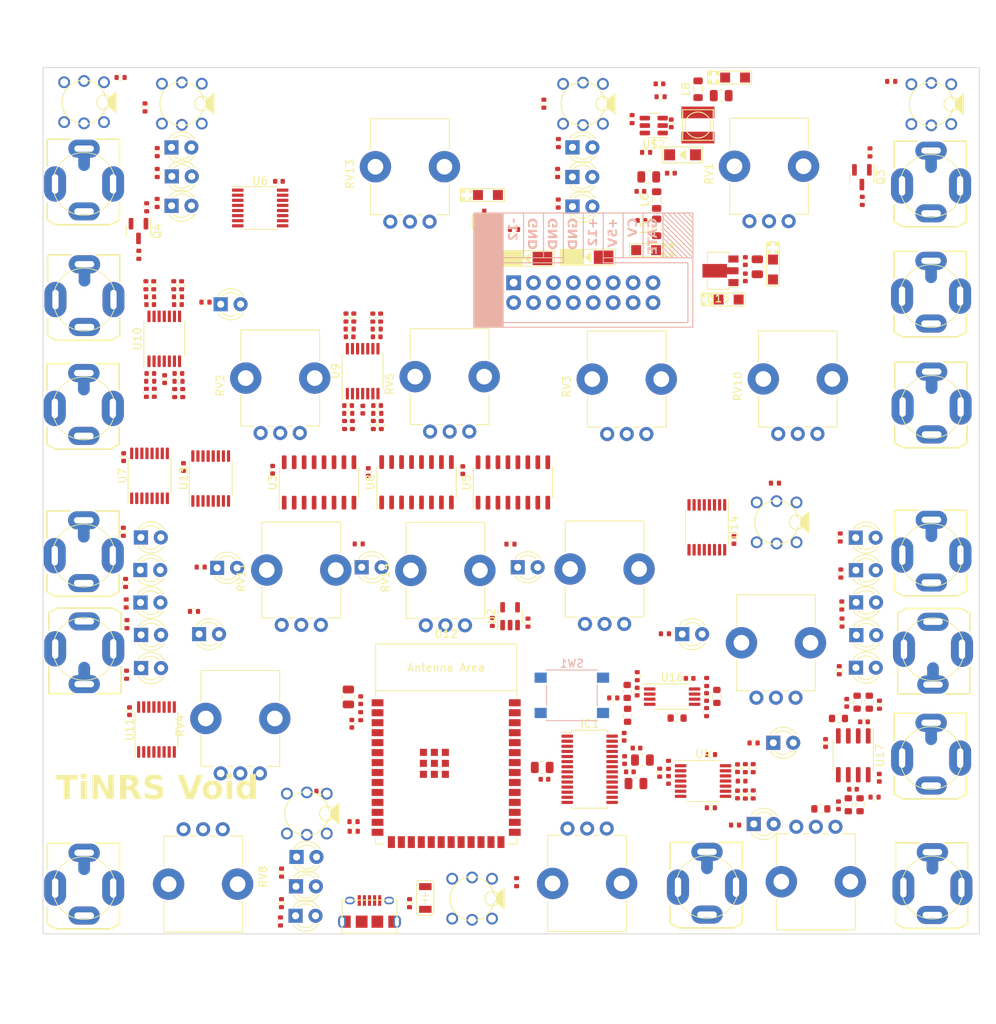
<source format=kicad_pcb>
(kicad_pcb (version 20221018) (generator pcbnew)
  (layers (0 "F.Cu" signal) (31 "B.Cu" signal) (34 "B.Paste" user) (35 "F.Paste" user) (36 "B.SilkS" user "B.Silkscreen") (37 "F.SilkS" user "F.Silkscreen") (38 "B.Mask" user) (39 "F.Mask" user) (44 "Edge.Cuts" user))
  (net 0 "")
  (net 1 "GND")
  (net 2 "+5V")
  (net 3 "Net-(U4A--)")
  (net 4 "-12V")
  (net 5 "+12V")
  (net 6 "+3V3")
  (net 7 "/PCM3060/VINR")
  (net 8 "/PCM3060/VINL")
  (net 9 "/CodecBuffer/In_Jack_Left")
  (net 10 "Net-(U4C--)")
  (net 11 "Net-(U4D--)")
  (net 12 "Net-(U10A--)")
  (net 13 "Net-(U9A--)")
  (net 14 "Net-(C25-Pad2)")
  (net 15 "/CodecBuffer/In_Jack_Right")
  (net 16 "Net-(U10B--)")
  (net 17 "Net-(U9B--)")
  (net 18 "Net-(U10C--)")
  (net 19 "/CODEC_SCL")
  (net 20 "/CODEC_SDA")
  (net 21 "/I2S_DAC")
  (net 22 "/I2S_LRC")
  (net 23 "/I2S_BCLK")
  (net 24 "Net-(U9C--)")
  (net 25 "/I2S_ADC")
  (net 26 "/CODEC_RESET")
  (net 27 "/CodecBuffer/Out_Right_Neg")
  (net 28 "/CodecBuffer/Out_Right")
  (net 29 "/CodecBuffer/Out_Left_Neg")
  (net 30 "/CodecBuffer/Out_Left")
  (net 31 "/CodecBuffer/Out_Jack_Right")
  (net 32 "/CodecBuffer/Out_Jack_Left")
  (net 33 "/KNOBADC0")
  (net 34 "/KNOBADC1")
  (net 35 "/MCLK")
  (net 36 "/KNOBADC2")
  (net 37 "/KNOBADC3")
  (net 38 "Net-(U10D--)")
  (net 39 "Net-(U9D--)")
  (net 40 "Net-(U$2-BST)")
  (net 41 "Net-(J14-GND@3)")
  (net 42 "Net-(D1-K)")
  (net 43 "Net-(D4-K)")
  (net 44 "Net-(D7-K)")
  (net 45 "Net-(D8-K)")
  (net 46 "Net-(D9-K)")
  (net 47 "Net-(D10-K)")
  (net 48 "Net-(D11-K)")
  (net 49 "Net-(D12-K)")
  (net 50 "Net-(D13-K)")
  (net 51 "Net-(D14-K)")
  (net 52 "Net-(D15-K)")
  (net 53 "/LEDDAT")
  (net 54 "/LEDLAT")
  (net 55 "/LEDCLK")
  (net 56 "Net-(D16-K)")
  (net 57 "Net-(D17-K)")
  (net 58 "/CVJacks/XCV4")
  (net 59 "/CVJacks/XCV6")
  (net 60 "/CVJacks/XCV7")
  (net 61 "/CVJacks/XCV5")
  (net 62 "/CVJacks/XCV3")
  (net 63 "/CVJacks/XCV0")
  (net 64 "/CVJacks/XCV1")
  (net 65 "/CVJacks/XCV2")
  (net 66 "Net-(D18-K)")
  (net 67 "/MODENV_PWM")
  (net 68 "Net-(D19-K)")
  (net 69 "Net-(D20-K)")
  (net 70 "Net-(D23-K)")
  (net 71 "Net-(D24-K)")
  (net 72 "-5V")
  (net 73 "/CVMUX0")
  (net 74 "/CVMUX1")
  (net 75 "/CVADC1")
  (net 76 "/CVADC0")
  (net 77 "/LED_FREEZE")
  (net 78 "Net-(D25-K)")
  (net 79 "Net-(D26-K)")
  (net 80 "Net-(D27-K)")
  (net 81 "Net-(D28-K)")
  (net 82 "Net-(D29-K)")
  (net 83 "Net-(D30-K)")
  (net 84 "/Power/plus12in")
  (net 85 "/Power/min12in")
  (net 86 "Net-(D31-K)")
  (net 87 "/Power/3.3v_regulator_switchoutput")
  (net 88 "/Power/3.3v_regulator_inputside")
  (net 89 "/Power/3.3v_regulator_filter")
  (net 90 "/Power/3.3v_regulator_feedback_1")
  (net 91 "/Power/3.3v_regulator_feedback_2")
  (net 92 "Net-(D32-K)")
  (net 93 "/USB_N")
  (net 94 "/USB_P")
  (net 95 "Net-(D33-K)")
  (net 96 "/EEPROM_SDA")
  (net 97 "/EEPROM_SCL")
  (net 98 "/EN")
  (net 99 "/LED_TAIL")
  (net 100 "/BUTTON_TAIL")
  (net 102 "/LED_PITCHMODE_1")
  (net 104 "/LED_PITCHMODE_2")
  (net 106 "/LED_PITCHMODE_3")
  (net 108 "/LED_DELAYMODE_1")
  (net 109 "Net-(U$4-POS)")
  (net 110 "/LED_DELAYMODE_2")
  (net 111 "Net-(U$5-POS)")
  (net 112 "/LED_DELAYMODE_3")
  (net 113 "Net-(U$3-POS)")
  (net 114 "/LED_TAILMODE_1")
  (net 115 "Net-(U$6-POS)")
  (net 116 "/LED_TAILMODE_2")
  (net 117 "Net-(U$7-POS)")
  (net 118 "/LED_TAILMODE_3")
  (net 119 "/LED_PITCHPOINT")
  (net 120 "/LED_TAP")
  (net 121 "/LED_SEND")
  (net 122 "Net-(U$8-POS)")
  (net 123 "/LED_DELAY")
  (net 124 "Net-(U$9-POS)")
  (net 125 "/LED_PITCH")
  (net 127 "Net-(U6-QH')")
  (net 128 "/BUTTON_TAP")
  (net 129 "/BUTTON_FREEZE")
  (net 130 "/BUTTON_PITCHPOINT")
  (net 131 "/BUTTON_SEND")
  (net 132 "/BUTTON_DELAY")
  (net 133 "/BUTTON_PITCH")
  (net 134 "/LED_PP_DRY")
  (net 135 "/LED_PP_MAINPRE")
  (net 136 "/LED_PP_DIFFUSE")
  (net 137 "/LED_PP_DELAY_FEEDBACK")
  (net 138 "/LED_PP_DELAY")
  (net 139 "/LED_PP_MAINPOST")
  (net 140 "/LED_PP_TAIL")
  (net 141 "Net-(U11-SER)")
  (net 142 "Net-(U11-QH')")
  (net 143 "/BOOTSEL_BUT")
  (net 144 "/LED_ENVTRACKER_OUT")
  (net 145 "/LED_VU_OUT_1")
  (net 146 "/LED_VU_OUT_2")
  (net 147 "/LED_VU_OUT_3")
  (net 148 "/LED_VU_OUT_4")
  (net 149 "/LED_VU_OUT_5")
  (net 150 "/LED_VU_IN_1")
  (net 151 "/LED_VU_IN_2")
  (net 152 "/LED_VU_IN_3")
  (net 154 "/LED_VU_IN_4")
  (net 156 "/LED_VU_IN_5")
  (net 159 "Net-(U12-GPIO20{slash}U1CTS{slash}ADC2_CH9{slash}CLK_OUT1{slash}USB_D+)")
  (net 160 "Net-(U12-GPIO19{slash}U1RTS{slash}ADC2_CH8{slash}CLK_OUT2{slash}USB_D-)")
  (net 165 "/Knobs/KNOB_TAIL_LENGTH")
  (net 166 "/Knobs/KNOB_DELAY_FEEDBACK")
  (net 167 "/Knobs/KNOB_TAIL_CHORALITY")
  (net 168 "/Knobs/KNOB_DIFFUSE_STYLE")
  (net 169 "/Knobs/KNOB_DELAY_PATTERN")
  (net 170 "/Knobs/KNOB_TAIL")
  (net 171 "/Knobs/KNOB_PITCH_TRANSPOSE")
  (net 172 "/Knobs/KNOB_ENVTRACK")
  (net 173 "/Knobs/KNOB_TAIL_TEMPERATURE")
  (net 174 "/Knobs/KNOB_DIFFUSE")
  (net 175 "/Knobs/KNOB_DELAY_LENGTH")
  (net 176 "/Knobs/KNOB_DELAY")
  (net 177 "/Knobs/KNOB_MAIN")
  (net 178 "/Knobs/KNOB_PITCH_CONTROL")
  (net 179 "Net-(U13-QH')")
  (net 187 "Net-(Q3-B)")
  (net 188 "Net-(Q4-B)")
  (net 189 "Net-(U$2-EN)")
  (net 190 "/CVJacks/JACK_TAP")
  (net 191 "/CVJacks/JACK_FREEZE")
  (net 192 "/JACK_FREEZE")
  (net 193 "/JACK_TAP")
  (net 195 "/CVJacks/CV_DELAY_LENGTH")
  (net 197 "/CVJacks/CV_DELAY_FEEDBACK")
  (net 199 "/CVJacks/CV_PITCH_TRANSPOSE")
  (net 201 "/CVJacks/CV_PITCH_CONTROL")
  (net 203 "/CVJacks/CV_TAIL_TEMPERATURE")
  (net 205 "/CVJacks/CV_TAIL_LENGTH")
  (net 207 "/CVJacks/CV_MIX")
  (net 219 "/PCM3060/VCOM")
  (net 220 "Net-(C24-Pad2)")
  (net 221 "Net-(C65-Pad1)")
  (net 222 "Net-(U16A--)")
  (net 223 "Net-(C66-Pad1)")
  (net 224 "Net-(U16B--)")
  (net 225 "Net-(C67-Pad1)")
  (net 226 "Net-(C68-Pad1)")
  (net 227 "Net-(U17A--)")
  (net 228 "Net-(C69-Pad1)")
  (net 229 "Net-(U17B--)")
  (net 230 "Net-(C70-Pad1)")
  (net 231 "/CodecBuffer/BIAS_INVERTED")
  (net 232 "/CodecBuffer/BIAS_BUFFERED")
  (footprint "Capacitor_SMD:C_0402_1005Metric" (layer "F.Cu") (at 93.5775 50.625 180)
    (fp_text reference "C34" hide)
    (fp_text value "100n")
  )
  (footprint "TiNRS_Eagle_Footprints:3.5MM-JACK-SWITCH-13MM-NOHOLES-TESTPAD" (layer "F.Cu") (at 68.69 98.34)
    (fp_text reference "JACK13" hide)
    (fp_text value "AUDIO-JACK_SMALLSYMBOLNODRILL" hide)
  )
  (footprint "TiNRS_Eagle_Footprints:CASE-A_3216" (layer "F.Cu") (at 156.575 61.87 -90)
    (property "Value" "197427")
    (fp_text reference "C8" hide)
    (fp_text value "10uF" hide)
  )
  (footprint "Capacitor_SMD:C_0402_1005Metric" (layer "F.Cu") (at 139.17 122.875 180)
    (fp_text reference "C14" hide)
    (fp_text value "2.2n")
  )
  (footprint "Package_TO_SOT_SMD:SOT-23-6" (layer "F.Cu") (at 141.3715 43.518 180)
    (fp_text reference "U$2")
    (fp_text value "BL9342")
  )
  (footprint "TINRS - Wobbler (pico)sch:PB6149L" (layer "F.Cu") (at 118.209 142.069)
    (fp_text reference "U$5" hide)
    (fp_text value "SWITCH_W_LED_PB6149L-X-102YELLOW" hide)
  )
  (footprint "Capacitor_SMD:C_0402_1005Metric" (layer "F.Cu") (at 73.775 85.78 -90)
    (fp_text reference "C33" hide)
    (fp_text value "100n")
  )
  (footprint "Resistor_SMD:R_0402_1005Metric" (layer "F.Cu") (at 138.61 42.698 -90)
    (property "Value" "unknown")
    (fp_text reference "R71" hide)
    (fp_text value "16.2k")
  )
  (footprint "LED_THT:LED_D3.0mm_FlatTop" (layer "F.Cu") (at 124.025 99.825)
    (fp_text reference "D19" hide)
    (fp_text value "LED")
  )
  (footprint "Package_TO_SOT_SMD:SOT-89-3" (layer "F.Cu") (at 149.88 62.03 180)
    (fp_text reference "U15")
    (fp_text value "HT7550-1")
  )
  (footprint "Resistor_SMD:R_0402_1005Metric" (layer "F.Cu") (at 78.061 46.906 -90)
    (fp_text reference "R82" hide)
    (fp_text value "56")
  )
  (footprint "TiNRS_Eagle_Footprints:CASE-A_3216" (layer "F.Cu") (at 151.7385 37.398)
    (property "Value" "197427")
    (fp_text reference "C55" hide)
    (fp_text value "10uF" hide)
  )
  (footprint "Capacitor_SMD:C_0805_2012Metric" (layer "F.Cu") (at 149.97 39.708 180)
    (fp_text reference "C54" hide)
    (fp_text value "22u")
  )
  (footprint "TiNRS_Eagle_Footprints:SOD123" (layer "F.Cu") (at 145.04 47.248 180)
    (fp_text reference "D3" hide)
    (fp_text value "D-SOD-123" hide)
  )
  (footprint "Resistor_SMD:R_0402_1005Metric" (layer "F.Cu") (at 156.825 89.1)
    (fp_text reference "R81" hide)
    (fp_text value "56")
  )
  (footprint "TINRS - Wobbler (pico)sch:PB6149L" (layer "F.Cu") (at 157.03325 94.1)
    (fp_text reference "U$6" hide)
    (fp_text value "SWITCH_W_LED_PB6149L-X-102YELLOW" hide)
  )
  (footprint "Capacitor_SMD:C_0402_1005Metric" (layer "F.Cu") (at 139.79 55.618)
    (property "Value" "1759017")
    (fp_text reference "C51" hide)
    (fp_text value "10n")
  )
  (footprint "Resistor_SMD:R_0402_1005Metric" (layer "F.Cu") (at 105.615 81.69 90)
    (fp_text reference "R47" hide)
    (fp_text value "100k")
  )
  (footprint "LED_THT:LED_D3.0mm_FlatTop" (layer "F.Cu") (at 145 108.35)
    (fp_text reference "D17" hide)
    (fp_text value "LED")
  )
  (footprint "TiNRS_Eagle_Footprints:3.5MM-JACK-SWITCH-13MM-NOHOLES-TESTPAD" (layer "F.Cu") (at 176.73 51.21)
    (fp_text reference "JACK9" hide)
    (fp_text value "AUDIO-JACK_SMALLSYMBOLNODRILL" hide)
  )
  (footprint "Resistor_SMD:R_0402_1005Metric" (layer "F.Cu") (at 74.1 104.44 -90)
    (fp_text reference "R37" hide)
    (fp_text value "56")
  )
  (footprint "Resistor_SMD:R_0402_1005Metric" (layer "F.Cu") (at 74.15 113.525 -90)
    (fp_text reference "R92" hide)
    (fp_text value "56")
  )
  (footprint "Capacitor_SMD:C_0402_1005Metric" (layer "F.Cu") (at 77.165 66.34 180)
    (fp_text reference "C43" hide)
    (fp_text value "3.3n")
  )
  (footprint "LED_THT:LED_D3.0mm_FlatTop" (layer "F.Cu") (at 167.15 100.2)
    (fp_text reference "D8" hide)
    (fp_text value "LED")
  )
  (footprint "Capacitor_SMD:C_0805_2012Metric" (layer "F.Cu") (at 140.73 50.068)
    (fp_text reference "C49" hide)
    (fp_text value "10uF")
  )
  (footprint "Potentiometer_THT:Potentiometer_Alps_RK09K_Single_Vertical" (layer "F.Cu") (at 159.54 132.91 -90)
    (fp_text reference "RV9" hide)
    (fp_text value "R_Potentiometer" hide)
  )
  (footprint "TINRS - Wobbler (pico)sch:SOT95P237X112-3N" (layer "F.Cu") (at 119.7598 55.804 90)
    (property "Value" "9778330")
    (fp_text reference "U1" hide)
    (fp_text value "LM4040DIM3-5.0")
  )
  (footprint "Capacitor_SMD:C_0805_2012Metric" (layer "F.Cu") (at 154.575 61.52 90)
    (fp_text reference "C7" hide)
    (fp_text value "22u")
  )
  (footprint "Espressif:ESP32-S3-WROOM-1" (layer "F.Cu") (at 114.9 125.36)
    (fp_text reference "U12")
    (fp_text value "ESP32-S3-WROOM-1")
  )
  (footprint "Resistor_SMD:R_0402_1005Metric" (layer "F.Cu") (at 103.09 132.25)
    (fp_text reference "R74" hide)
    (fp_text value "0")
  )
  (footprint "Resistor_SMD:R_0402_1005Metric" (layer "F.Cu") (at 123.1 96.875 180)
    (fp_text reference "R36" hide)
    (fp_text value "56")
  )
  (footprint "Capacitor_SMD:C_0402_1005Metric" (layer "F.Cu") (at 142.1 38.198)
    (property "Value" "1759017")
    (fp_text reference "C56" hide)
    (fp_text value "33p")
  )
  (footprint "Resistor_SMD:R_0402_1005Metric" (layer "F.Cu") (at 73.74 95.3 -90)
    (fp_text reference "R33" hide)
    (fp_text value "56")
  )
  (footprint "Resistor_SMD:R_0402_1005Metric" (layer "F.Cu") (at 165.375 106.875 90)
    (fp_text reference "R29" hide)
    (fp_text value "56")
  )
  (footprint "Resistor_SMD:R_0402_1005Metric" (layer "F.Cu") (at 125.33 106.8825 90)
    (fp_text reference "R76" hide)
    (fp_text value "2k")
  )
  (footprint "Potentiometer_THT:Potentiometer_Alps_RK09K_Single_Vertical" (layer "F.Cu") (at 137.6 107.05 90)
    (fp_text reference "RV6" hide)
    (fp_text value "R_Potentiometer" hide)
  )
  (footprint "Potentiometer_THT:Potentiometer_Alps_RK09K_Single_Vertical" (layer "F.Cu") (at 81.41 133.22 -90)
    (fp_text reference "RV8")
    (fp_text value "R_Potentiometer")
  )
  (footprint "TiNRS_Eagle_Footprints:3.5MM-JACK-SWITCH-13MM-NOHOLES-TESTPAD" (layer "F.Cu") (at 176.73 65.26)
    (fp_text reference "JACK6" hide)
    (fp_text value "AUDIO-JACK_SMALLSYMBOLNODRILL" hide)
  )
  (footprint "Resistor_SMD:R_0402_1005Metric" (layer "F.Cu") (at 153.05 128.795 -90)
    (fp_text reference "R104" hide)
    (fp_text value "100k")
  )
  (footprint "Resistor_SMD:R_0402_1005Metric" (layer "F.Cu") (at 165.225 100.625 -90)
    (fp_text reference "R25" hide)
    (fp_text value "56")
  )
  (footprint "Resistor_SMD:R_0402_1005Metric" (layer "F.Cu") (at 77.145 65.35 180)
    (fp_text reference "R60" hide)
    (fp_text value "33k")
  )
  (footprint "Resistor_SMD:R_0402_1005Metric" (layer "F.Cu") (at 80.705 65.35)
    (fp_text reference "R54" hide)
    (fp_text value "33k")
  )
  (footprint "Resistor_SMD:R_0402_1005Metric" (layer "F.Cu") (at 129.22 45.75 90)
    (fp_text reference "R87" hide)
    (fp_text value "56")
  )
  (footprint "Capacitor_SMD:C_0402_1005Metric" (layer "F.Cu") (at 165.975 117.1 -90)
    (fp_text reference "C24" hide)
    (fp_text value "470p")
  )
  (footprint "Potentiometer_THT:Potentiometer_Alps_RK09K_Single_Vertical" (layer "F.Cu") (at 96.24 82.71 90)
    (fp_text reference "RV2")
    (fp_text value "R_Potentiometer")
  )
  (footprint "LED_THT:LED_D3.0mm_FlatTop" (layer "F.Cu") (at 79.876 46.306)
    (fp_text reference "D26" hide)
    (fp_text value "LED")
  )
  (footprint "Capacitor_SMD:C_0402_1005Metric" (layer "F.Cu") (at 148.105 116.36 -90)
    (fp_text reference "C66" hide)
    (fp_text value "100p")
  )
  (footprint "Package_SO:SO-16_3.9x9.9mm_P1.27mm" (layer "F.Cu") (at 123.41 89.015 90)
    (fp_text reference "U5")
    (fp_text value "4052")
  )
  (footprint "Resistor_SMD:R_0402_1005Metric" (layer "F.Cu") (at 123.88 139.97 -90)
    (fp_text reference "R63" hide)
    (fp_text value "56")
  )
  (footprint "TINRS - Wobbler (pico)sch:PB6149L" (layer "F.Cu") (at 97.13325 131.225)
    (fp_text reference "U$8" hide)
    (fp_text value "SWITCH_W_LED_PB6149L-X-102YELLOW" hide)
  )
  (footprint "Inductor_SMD:L_0805_2012Metric" (layer "F.Cu") (at 141.74 53.018 90)
    (fp_text reference "L6")
    (fp_text value "0.1uH C76737 ")
  )
  (footprint "Resistor_SMD:R_0402_1005Metric" (layer "F.Cu") (at 106.115 80.21)
    (fp_text reference "R49" hide)
    (fp_text value "33k")
  )
  (footprint "LED_THT:LED_D3.0mm_FlatTop" (layer "F.Cu") (at 131.005 46.3)
    (fp_text reference "D29" hide)
    (fp_text value "LED")
  )
  (footprint "LED_THT:LED_D3.0mm_FlatTop" (layer "F.Cu") (at 83.4 108.35)
    (fp_text reference "D9" hide)
    (fp_text value "LED")
  )
  (footprint "Resistor_SMD:R_0402_1005Metric" (layer "F.Cu") (at 140.398 46.938)
    (property "Value" "unknown")
    (fp_text reference "R69" hide)
    (fp_text value "100k")
  )
  (footprint "Resistor_SMD:R_0402_1005Metric" (layer "F.Cu") (at 168.94 46.94 -90)
    (property "Value" "unknown")
    (fp_text reference "R96" hide)
    (fp_text value "100k")
  )
  (footprint "Capacitor_SMD:C_0402_1005Metric" (layer "F.Cu") (at 138.325 125.9)
    (fp_text reference "C13" hide)
    (fp_text value "100n")
  )
  (footprint "Resistor_SMD:R_0402_1005Metric" (layer "F.Cu") (at 93.775 144.975 -90)
    (fp_text reference "R80" hide)
    (fp_text value "56")
  )
  (footprint "Capacitor_SMD:C_0402_1005Metric" (layer "F.Cu") (at 143.56 49.588 180)
    (property "Value" "1759017")
    (fp_text reference "C53" hide)
    (fp_text value "100nF")
  )
  (footprint "Capacitor_SMD:C_0402_1005Metric" (layer "F.Cu") (at 106.045 70.45)
    (fp_text reference "C42" hide)
    (fp_text value "3.3n")
  )
  (footprint "TiNRS_Eagle_Footprints:C3216" (layer "F.Cu") (at 112.24 141.98 -90)
    (fp_text reference "C59" hide)
    (fp_text value "4.7n 100v" hide)
  )
  (footprint "Capacitor_SMD:C_0805_2012Metric" (layer "F.Cu") (at 127.15 125.34 180)
    (fp_text reference "C9" hide)
    (fp_text value "10u")
  )
  (footprint "Resistor_SMD:R_0402_1005Metric" (layer "F.Cu") (at 74.2 107.075 90)
    (fp_text reference "R91" hide)
    (fp_text value "56")
  )
  (footprint "LED_THT:LED_D3.0mm_FlatTop" (layer "F.Cu") (at 75.975 96.025)
    (fp_text reference "D16" hide)
    (fp_text value "LED")
  )
  (footprint "Inductor_SMD:L_0805_2012Metric" (layer "F.Cu") (at 147.02 38.888 90)
    (fp_text reference "L8")
    (fp_text value "0.1uH C76737 ")
  )
  (footprint "Resistor_SMD:R_0402_1005Metric" (layer "F.Cu") (at 73.39 37.39 180)
    (fp_text reference "R79" hide)
    (fp_text value "56")
  )
  (footprint "TiNRS_Eagle_Footprints:CASE-A_3216" (layer "F.Cu") (at 140.4 59.398 180)
    (property "Value" "197427")
    (fp_text reference "C50" hide)
    (fp_text value "10uF" hide)
  )
  (footprint "Capacitor_SMD:C_0402_1005Metric" (layer "F.Cu") (at 143.6 43.238 90)
    (property "Value" "1759017")
    (fp_text reference "C48" hide)
    (fp_text value "100nF")
  )
  (footprint "Capacitor_SMD:C_0402_1005Metric" (layer "F.Cu") (at 102.87 119.77 -90)
    (fp_text reference "C60" hide)
    (fp_text value "1u")
  )
  (footprint "Capacitor_SMD:C_0402_1005Metric" (layer "F.Cu") (at 81.405 87.0425 -90)
    (fp_text reference "C63" hide)
    (fp_text value "100n")
  )
  (footprint "LED_THT:LED_D3.0mm_FlatTop" (layer "F.Cu") (at 95.825 136.75)
    (fp_text reference "D23" hide)
    (fp_text value "LED")
  )
  (footprint "Resistor_SMD:R_0402_1005Metric" (layer "F.Cu") (at 80.285 77.62 90)
    (fp_text reference "R44" hide)
    (fp_text value "100k")
  )
  (footprint "Capacitor_SMD:C_0402_1005Metric" (layer "F.Cu") (at 152.05 125.435 -90)
    (fp_text reference "C70" hide)
    (fp_text value "47p")
  )
  (footprint "TiNRS_Eagle_Footprints:L0420" (layer "F.Cu") (at 147.01 43.448 90)
    (fp_text reference "L7" hide)
    (fp_text value "4.7uH")
  )
  (footprint "Resistor_SMD:R_0402_1005Metric" (layer "F.Cu") (at 127.36 40.73 90)
    (fp_text reference "R90" hide)
    (fp_text value "56")
  )
  (footprint "Resistor_SMD:R_0603_1608Metric" (layer "F.Cu") (at 167.3 117.025 -90)
    (fp_text reference "R108" hide)
    (fp_text value "4.02k")
  )
  (footprint "Capacitor_SMD:C_0402_1005Metric" (layer "F.Cu") (at 80.695 66.34)
    (fp_text reference "C41" hide)
    (fp_text value "3.3n")
  )
  (footprint "TiNRS_Eagle_Footprints:CASE-A_3216" (layer "F.Cu") (at 150.925 65.695)
    (property "Value" "197427")
    (fp_text reference "C3" hide)
    (fp_text value "10uF" hide)
  )
  (footprint "Inductor_SMD:L_0805_2012Metric" (layer "F.Cu") (at 141.74 56.498 90)
    (fp_text reference "L5")
    (fp_text value "0.1uH C76737 ")
  )
  (footprint "Capacitor_SMD:C_0402_1005Metric" (layer "F.Cu") (at 102.395 79.21 180)
    (fp_text reference "C38" hide)
    (fp_text value "3.3n")
  )
  (footprint "Resistor_SMD:R_0402_1005Metric" (layer "F.Cu") (at 165.15 96.025 -90)
    (fp_text reference "R2" hide)
    (fp_text value "56")
  )
  (footprint "Capacitor_SMD:C_0805_2012Metric" (layer "F.Cu") (at 102.43 116.36 90)
    (fp_text reference "C61" hide)
    (fp_text value "22u")
  )
  (footprint "Package_SO:TSSOP-28_4.4x9.7mm_P0.65mm" (layer "F.Cu") (at 133.2 125.575)
    (fp_text reference "IC1")
    (fp_text value "PCM3060")
  )
  (footprint "Capacitor_SMD:C_0402_1005Metric" (layer "F.Cu") (at 127.44 126.85 180)
    (fp_text reference "C10" hide)
    (fp_text value "100n")
  )
  (footprint "Package_SO:TSSOP-16_4.4x5mm_P0.65mm" (layer "F.Cu") (at 148.14 94.735 -90)
    (fp_text reference "U14")
    (fp_text value "74HC595")
  )
  (footprint "TiNRS_Eagle_Footprints:DO-214AC" (layer "F.Cu") (at 132.98 60.3025 180)
    (property "Value" "D-SMA")
    (fp_text reference "D21" hide)
    (fp_text value "C8678")
  )
  (footprint "TiNRS_Eagle_Footprints:3.5MM-JACK-SWITCH-13MM-NOHOLES-TESTPAD" (layer "F.Cu") (at 176.8 79.39)
    (fp_text reference "JACK5" hide)
    (fp_text value "AUDIO-JACK_SMALLSYMBOLNODRILL" hide)
  )
  (footprint "Capacitor_SMD:C_0402_1005Metric" (layer "F.Cu") (at 152.05 128.79 90)
    (fp_text reference "C67" hide)
    (fp_text value "47p")
  )
  (footprint "Resistor_SMD:R_0402_1005Metric" (layer "F.Cu") (at 148.105 118.29 90)
    (fp_text reference "R99" hide)
    (fp_text value "100k")
  )
  (footprint "Resistor_SMD:R_0402_1005Metric" (layer "F.Cu") (at 123.55 56.77 180)
    (property "Value" "unknown")
    (fp_text reference "R72" hide)
    (fp_text value "10k")
  )
  (footprint "Resistor_SMD:R_0603_1608Metric" (layer "F.Cu") (at 164.925 119.1)
    (fp_text reference "R107" hide)
    (fp_text value "4.42k")
  )
  (footprint "Resistor_SMD:R_0402_1005Metric" (layer "F.Cu") (at 151.74 132.69 180)
    (fp_text reference "R1" hide)
    (fp_text value "56")
  )
  (footprint "Package_SO:TSSOP-16_4.4x5mm_P0.65mm" (layer "F.Cu") (at 91.1925 54.025)
    (fp_text reference "U6")
    (fp_text value "74HC595")
  )
  (footprint "Resistor_SMD:R_0402_1005Metric" (layer "F.Cu") (at 76.71 53.935 -90)
    (property "Value" "unknown")
    (fp_text reference "R94" hide)
    (fp_text value "100k")
  )
  (footprint "Resistor_SMD:R_0402_1005Metric" (layer "F.Cu") (at 76.615 63.88 -90)
    (fp_text reference "R57" hide)
    (fp_text value "100k")
  )
  (footprint "Capacitor_SMD:C_0402_1005Metric" (layer "F.Cu") (at 153.05 62.87 -90)
    (property "Value" "1759017")
    (fp_text reference "C2" hide)
    (fp_text value "100nF")
  )
  (footprint "Capacitor_SMD:C_0402_1005Metric" (layer "F.Cu") (at 137.6 121.425 -90)
    (fp_text reference "C11" hide)
    (fp_text value "2.2n")
  )
  (footprint "Capacitor_SMD:C_0402_1005Metric" (layer "F.Cu") (at 151.6 96.345 90)
    (fp_text reference "C64" hide)
    (fp_text value "100n")
  )
  (footprint "Capacitor_SMD:C_0402_1005Metric" (layer "F.Cu") (at 104.275 79.73 -90)
    (fp_text reference "C36" hide)
    (fp_text value "100n")
  )
  (footprint "TINRS - Wobbler (pico)sch:PB6149L" (layer "F.Cu") (at 132.35 40.75)
    (fp_text reference "U$9" hide)
    (fp_text value "SWITCH_W_LED_PB6149L-X-102YELLOW" hide)
  )
  (footprint "TiNRS_Eagle_Footprints:3.5MM-JACK-SWITCH-13MM-NOHOLES-TESTPAD" (layer "F.Cu") (at 148.16 140.6)
    (fp_text reference "JACK4" hide)
    (fp_text value "AUDIO-JACK_SMALLSYMBOLNODRILL" hide)
  )
  (footprint "Package_SO:TSSOP-16_4.4x5mm_P0.65mm" (layer "F.Cu") (at 77.96 120.505 90)
    (fp_text reference "U11")
    (fp_text value "74HC595")
  )
  (footprint "Resistor_SMD:R_0402_1005Metric" (layer "F.Cu") (at 102.945 81.69 90)
    (fp_text reference "R40" hide)
    (fp_text value "100k")
  )
  (footprint "Capacitor_SMD:C_0402_1005Metric" (layer "F.Cu") (at 106.095 79.21)
    (fp_text reference "C40" hide)
    (fp_text value "3.3n")
  )
  (footprint "Resistor_SMD:R_0402_1005Metric" (layer "F.Cu") (at 78.061 49.566 90)
    (fp_text reference "R83" hide)
    (fp_text value "56")
  )
  (footprint "LED_THT:LED_D3.0mm_FlatTop" (layer "F.Cu") (at 85.7 99.9)
    (fp_text reference "D11" hide)
    (fp_text value "LED")
  )
  (footprint "Capacitor_SMD:C_0402_1005Metric" (layer "F.Cu") (at 166.775 128.12 180)
    (fp_text reference "C69" hide)
    (fp_text value "47p")
  )
  (footprint "TiNRS_Eagle_Footprints:3.5MM-JACK-SWITCH-13MM-NOHOLES-TESTPAD" (layer "F.Cu") (at 68.75 110.225 180)
    (fp_text reference "JACK14" hide)
    (fp_text value "AUDIO-JACK_SMALLSYMBOLNODRILL" hide)
  )
  (footprint "Capacitor_SMD:C_0402_1005Metric" (layer "F.Cu") (at 119.82 58.72)
    (property "Value" "1301804")
    (fp_text reference "C57" hide)
    (fp_text value "100nF")
  )
  (footprint "Capacitor_SMD:C_0402_1005Metric" (layer "F.Cu") (at 80.755 75.12)
    (fp_text reference "C39" hide)
    (fp_text value "3.3n")
  )
  (footprint "LED_THT:LED_D3.0mm_FlatTop" (layer "F.Cu") (at 79.916 49.996)
    (fp_text reference "D27" hide)
    (fp_text value "LED")
  )
  (footprint "Capacitor_SMD:C_0402_1005Metric" (layer "F.Cu") (at 164.925 130.17 -90)
    (fp_text reference "C25" hide)
    (fp_text value "470p")
  )
  (footprint "Resistor_SMD:R_0402_1005Metric" (layer "F.Cu") (at 154.05 125.435 -90)
    (fp_text reference "R114" hide)
    (fp_text value "100k")
  )
  (footprint "Resistor_SMD:R_0603_1608Metric" (layer "F.Cu") (at 138.035 118.695 90)
    (fp_text reference "R68" hide)
    (fp_text value "12.1k")
  )
  (footprint "TINRS - Wobbler (pico)sch:PB6149L" (layer "F.Cu") (at 176.76 40.79)
    (fp_text reference "U$4" hide)
    (fp_text value "SWITCH_W_LED_PB6149L-X-102YELLOW" hide)
  )
  (footprint "Resistor_SMD:R_0402_1005Metric" (layer "F.Cu") (at 154.05 128.785 90)
    (fp_text reference "R105" hide)
    (fp_text value "100k")
  )
  (footprint "LED_THT:LED_D3.0mm_FlatTop" (layer "F.Cu") (at 76 112.675)
    (fp_text reference "D33" hide)
    (fp_text value "LED")
  )
  (footprint "LED_THT:LED_D3.0mm_FlatTop" (layer "F.Cu") (at 79.886 53.746)
    (fp_text reference "D28" hide)
    (fp_text value "LED")
  )
  (footprint "LED_THT:LED_D3.0mm_FlatTop" (layer "F.Cu") (at 75.925 104.325)
    (fp_text reference "D20" hide)
    (fp_text value "LED")
  )
  (footprint "Capacitor_SMD:C_0402_1005Metric" (layer "F.Cu") (at 117.02 87.445 -90)
    (fp_text reference "C32" hide)
    (fp_text value "100n")
  )
  (footprint "Resistor_SMD:R_0402_1005Metric" (layer "F.Cu") (at 84.21 66.03 180)
    (fp_text reference "R30" hide)
    (fp_text value "56")
  )
  (footprint "TiNRS_Eagle_Footprints:3.5MM-JACK-SWITCH-13MM-NOHOLES-TESTPAD" (layer "F.Cu") (at 68.73 50.96)
    (fp_text reference "JACK10" hide)
    (fp_text value "AUDIO-JACK_SMALLSYMBOLNODRILL" hide)
  )
  (footprint "Capacitor_SMD:C_0402_1005Metric" (layer "F.Cu") (at 79.005 75.84 90)
    (fp_text reference "C45" hide)
    (fp_text value "100n")
  )
  (footprint "Package_TO_SOT_SMD:SOT-23" (layer "F.Cu") (at 167.91 50.1025 -90)
    (fp_text reference "Q3")
    (fp_text value "MMBT3904")
  )
  (footprint "Package_SO:SOIC-8_3.9x4.9mm_P1.27mm" (layer "F.Cu") (at 166.81 123.8 -90)
    (fp_text reference "U17")
    (fp_text value "NE5532")
  )
  (footprint "Resistor_SMD:R_0402_1005Metric" (layer "F.Cu") (at 102.595 69.46 180)
    (fp_text reference "R61" hide)
    (fp_text value "33k")
  )
  (footprint "Package_SO:TSSOP-16_4.4x5mm_P0.65mm" (layer "F.Cu") (at 77.075 88.17 90)
    (fp_text reference "U7")
    (fp_text value "74HC595")
  )
  (footprint "Resistor_SMD:R_0402_1005Metric" (layer "F.Cu") (at 83.6 99.8 180)
    (fp_text reference "R28" hide)
    (fp_text value "56")
  )
  (footprint "Resistor_SMD:R_0402_1005Metric" (layer "F.Cu") (at 165.025 112.95 -90)
    (fp_text reference "R31" hide)
    (fp_text value "56")
  )
  (footprint "Resistor_SMD:R_0603_1608Metric" (layer "F.Cu") (at 144.35 119.05)
    (fp_text reference "R100" hide)
    (fp_text value "12.1k")
  )
  (footprint "Package_SO:TSSOP-8_4.4x3mm_P0.65mm" (layer "F.Cu") (at 143.715 116.315)
    (fp_text reference "U16")
    (fp_text value "MCP6022")
  )
  (footprint "Capacitor_SMD:C_0402_1005Metric" (layer "F.Cu") (at 102.595 70.45 180)
    (fp_text reference "C44" hide)
    (fp_text value "3.3n")
  )
  (footprint "Resistor_SMD:R_0402_1005Metric" (layer "F.Cu") (at 102.415 80.21 180)
    (fp_text reference "R43" hide)
    (fp_text value "33k")
  )
  (footprint "LED_THT:LED_D3.0mm_FlatTop" (layer "F.Cu") (at 104.125 99.825)
    (fp_text reference "D15" hide)
    (fp_text value "LED")
  )
  (footprint "Potentiometer_THT:Potentiometer_Alps_RK09K_Single_Vertical" (layer "F.Cu") (at 91.15 126.1 90)
    (fp_text reference "RV4")
    (fp_text value "R_Potentiometer")
  )
  (footprint "TiNRS_Eagle_Footprints:3.5MM-JACK-SWITCH-13MM-NOHOLES-TESTPAD" (layer "F.Cu") (at 176.975 110.275 180)
    (fp_text reference "JACK12" hide)
    (fp_text value "AUDIO-JACK_SMALLSYMBOLNODRILL" hide)
  )
  (footprint "Package_SO:TSSOP-14_4.4x5mm_P0.65mm" (layer "F.Cu") (at 147.66 127.075)
    (fp_text reference "U4")
    (fp_text value "TL074")
  )
  (footprint "Capacitor_SMD:C_0402_1005Metric" (layer "F.Cu") (at 139.67 51.908)
    (property "Value" "1759017")
    (fp_text reference "C52" hide)
    (fp_text value "100nF")
  )
  (footprint "Resistor_SMD:R_0402_1005Metric" (layer "F.Cu") (at 101.945 81.69 90)
    (fp_text reference "R41" hide)
    (fp_text value "100k")
  )
  (footprint "Resistor_SMD:R_0603_1608Metric" (layer "F.Cu") (at 137.985 115.65 90)
    (fp_text reference "R66" hide)
    (fp_text value "12.1k")
  )
  (footprint "LED_THT:LED_D3.0mm_FlatTop" (layer "F.Cu") (at 131.005 53.85)
    (fp_text reference "D31" hide)
    (fp_text value "LED")
  )
  (footprint "Capacitor_SMD:C_0402_1005Metric" (layer "F.Cu") (at 77.185 75.12 180)
    (fp_text reference "C37" hide)
    (fp_text value "3.3n")
  )
  (footprint "Resistor_SMD:R_0402_1005Metric" (layer "F.Cu") (at 110.23 142.65 -90)
    (fp_text reference "R75" hide)
    (fp_text value "1M")
  )
  (footprint "Resistor_SMD:R_0402_1005Metric" (layer "F.Cu") (at 103.1155 133.48)
    (fp_text reference "R73" hide)
    (fp_text value "0")
  )
  (footprint "Capacitor_SMD:C_0402_1005Metric" (layer "F.Cu") (at 168.175 119.525 180)
    (fp_text reference "C68" hide)
    (fp_text value "47p")
  )
  (footprint "TiNRS_Eagle_Footprints:CASE-A_3216" (layer "F.Cu") (at 120.2285 52.37)
    (property "Value" "197427")
    (fp_text reference "C58" hide)
    (fp_text value "10uF" hide)
  )
  (footprint "Resistor_SMD:R_0402_1005Metric" (layer "F.Cu") (at 105.545 68 -90)
    (fp_text reference "R52" hide)
    (fp_text value "100k")
  )
  (footprint "Potentiometer_THT:Potentiometer_Alps_RK09K_Single_Vertical" (layer "F.Cu") (at 117.85 82.525 90)
    (fp_text reference "RV5")
    (fp_text value "R_Potentiometer")
  )
  (footprint "Potentiometer_THT:Potentiometer_Alps_RK09K_Single_Vertical" (layer "F.Cu") (at 130.37 133.13 -90)
    (fp_text reference "RV16" hide)
    (fp_text value "R_Potentiometer" hide)
  )
  (footprint "Resistor_SMD:R_0402_1005Metric" (layer "F.Cu") (at 154.1 122.225 180)
    (fp_text reference "R4" hide)
    (fp_text value "56")
  )
  (footprint "Package_SO:SO-16_3.9x9.9mm_P1.27mm" (layer "F.Cu") (at 111.12 88.99 90)
    (fp_text reference "U8")
    (fp_text value "4052")
  )
  (footprint "Capacitor_SMD:C_0402_1005Metric" (layer "F.Cu") (at 137.65 124.4 -90)
    (fp_text reference "C16" hide)
    (fp_text value "100n")
  )
  (footprint "Resistor_SMD:R_0402_1005Metric" (layer "F.Cu") (at 170.15 117.35 90)
    (fp_text reference "R110" hide)
    (fp_text value "56")
  )
  (footprint "Resistor_SMD:R_0402_1005Metric" (layer "F.Cu") (at 80.165 63.88 -90)
    (fp_text reference "R50" hide)
    (fp_text value "100k")
  )
  (footprint "Package_SO:SO-16_3.9x9.9mm_P1.27mm" (layer "F.Cu") (at 98.695 89.015 90)
    (fp_text reference "U3")
    (fp_text value "4052")
  )
  (footprint "Package_TO_SOT_SMD:SOT-23" (layer "F.Cu") (at 75.67 56.9675 -90)
    (fp_text reference "Q4")
    (fp_text value "MMBT3904")
  )
  (footprint "Capacitor_SMD:C_0402_1005Metric" (layer "F.Cu") (at 143.25 126.935 90)
    (fp_text reference "C27" hide)
    (fp_text value "100n")
  )
  (footprint "Capacitor_SMD:C_0402_1005Metric" (layer "F.Cu") (at 92.775 87.395 -90)
    (fp_text reference "C31" hide)
    (fp_text value "100n")
  )
  (footprint "Capacitor_SMD:C_0402_1005Metric" (layer "F.Cu") (at 145.945 113.99 180)
    (fp_text reference "C47" hide)
    (fp_text value "100n")
  )
  (footprint "Resistor_SMD:R_0402_1005Metric" (layer "F.Cu") (at 76.675 77.59 90)
    (fp_text reference "R39" hide)
    (fp_text value "100k")
  )
  (footprint "Resistor_SMD:R_0402_1005Metric" (layer "F.Cu") (at 142.125 126.01 90)
    (fp_text reference "R102" hide)
    (fp_text value "100k")
  )
  (footprint "TiNRS_Eagle_Footprints:3.5MM-JACK-SWITCH-13MM-NOHOLES-TESTPAD" (layer "F.Cu") (at 176.77 98.27)
    (fp_text reference "JACK11" hide)
    (fp_text value "AUDIO-JACK_SMALLSYMBOLNODRILL" hide)
  )
  (footprint "Resistor_SMD:R_0402_1005Metric" (layer "F.Cu") (at 129.19 53.46 90)
    (fp_text reference "R89" hide)
    (fp_text value "56")
  )
  (footprint "LED_THT:LED_D3.0mm_FlatTop" (layer "F.Cu") (at 167.2 108.475)
    (fp_text reference "D12" hide)
    (fp_text value "LED")
  )
  (footprint "TINRS - Wobbler (pico)sch:PB6149L" (layer "F.Cu") (at 68.729 40.539)
    (fp_text reference "U$3" hide)
    (fp_text value "SWITCH_W_LED_PB6149L-X-102YELLOW" hide)
  )
  (footprint "Capacitor_SMD:C_0402_1005Metric" (layer "F.Cu") (at 139.255 115.67 -90)
    (fp_text reference "C65" hide)
    (fp_text value "100p")
  )
  (footprint "LED_THT:LED_D3.0mm_FlatTop" (layer "F.Cu") (at 75.9 100.175)
    (fp_text reference "D18" hide)
    (fp_text value "LED")
  )
  (footprint "Resistor_SMD:R_0402_1005Metric" (layer "F.Cu") (at 74.025 101.825 -90)
    (fp_text reference "R35" hide)
    (fp_text value "56")
  )
  (footprint "Resistor_SMD:R_0402_1005Metric" (layer "F.Cu") (at 77.615 63.88 -90)
    (fp_text reference "R56" hide)
    (fp_text value "100k")
  )
  (footprint "Resistor_SMD:R_0402_1005Metric" (layer "F.Cu") (at 136.205 116.48)
    (fp_text reference "R67" hide)
    (fp_text value "100k")
  )
  (footprint "Resistor_SMD:R_0402_1005Metric" (layer "F.Cu") (at 142.24 39.848)
    (property "Value" "unknown")
    (fp_text reference "R70" hide)
    (fp_text value "49.9k")
  )
  (footprint "Package_SO:TSSOP-14_4.4x5mm_P0.65mm" (layer "F.Cu") (at 78.955 70.7 90)
    (fp_text reference "U10")
    (fp_text value "MCP6004")
  )
  (footprint "Resistor_SMD:R_0603_1608Metric" (layer "F.Cu") (at 168.85 117.025 -90)
    (fp_text reference "R109" hide)
    (fp_text value "37.5k")
  )
  (footprint "LED_THT:LED_D3.0mm_FlatTop" (layer "F.Cu") (at 86.15 66.3)
    (fp_text reference "D13" hide)
    (fp_text value "LED")
  )
  (footprint "Potentiometer_THT:Potentiometer_Alps_RK09K_Single_Vertical" (layer "F.Cu") (at 112.78 55.77 90)
    (fp_text reference "RV13")
    (fp_text value "R_Potentiometer")
  )
  (footprint "Resistor_SMD:R_0402_1005Metric" (layer "F.Cu") (at 77.685 77.58 90)
    (fp_text reference "R38" hide)
    (fp_text value "100k")
  )
  (footprint "LED_THT:LED_D3.0mm_FlatTop" (layer "F.Cu") (at 167.175 104.3)
    (fp_text reference "D10" hide)
    (fp_text value "LED")
  )
  (footprint "Resistor_SMD:R_0402_1005Metric" (layer "F.Cu") (at 143.25 125.01 90)
    (fp_text reference "R103" hide)
    (fp_text value "100k")
  )
  (footprint "Capacitor_SMD:C_0402_1005Metric" (layer "F.Cu") (at 104 116.77 90)
    (fp_text reference "C62" hide)
    (fp_text value "100n")
  )
  (footprint "Resistor_SMD:R_0402_1005Metric" (layer "F.Cu") (at 106.545 68 -90)
    (fp_text reference "R53" hide)
    (fp_text value "100k")
  )
  (footprint "Package_SO:TSSOP-16_4.4x5mm_P0.65mm" (layer "F.Cu") (at 84.875 88.5125 90)
    (fp_text reference "U13")
    (fp_text value "74HC595")
  )
  (footprint "Resistor_SMD:R_0402_1005Metric" (layer "F.Cu") (at 120.79 106.7925 -90)
    (fp_text reference "R77" hide)
    (fp_text value "2k")
  )
  (footprint "LED_THT:LED_D3.0mm_FlatTop" (layer "F.Cu") (at 167.15 112.625)
    (fp_text reference "D14" hide)
    (fp_text value "LED")
  )
  (footprint "TINRS - Wobbler (pico)sch:PB6149L" (layer "F.Cu") (at 81.2 40.725)
    (fp_text reference "U$7" hide)
    (fp_text value "SWITCH_W_LED_PB6149L-X-102YELLOW" hide)
  )
  (footprint "Resistor_SMD:R_0402_1005Metric" (layer "F.Cu") (at 98.87 128.37 180)
    (fp_text reference "R86" hide)
    (fp_text value "56")
  )
  (footprint "Resistor_SMD:R_0402_1005Metric" (layer "F.Cu") (at 93.91 138.75 -90)
    (fp_text reference "R64" hide)
    (fp_text value "56")
  )
  (footprint "Package_SO:TSSOP-14_4.4x5mm_P0.65mm" (layer "F.Cu") (at 104.235 74.83 90)
    (fp_text reference "U9")
    (fp_text value "MCP6004")
  )
  (footprint "Resistor_SMD:R_0402_1005Metric" (layer "F.Cu") (at 78.051 53.386 90)
    (fp_text reference "R84" hide)
    (fp_text value "56")
  )
  (footprint "TiNRS_Eagle_Footprints:3.5MM-JACK-SWITCH-13MM-NOHOLES-TESTPAD" (layer "F.Cu") (at 176.74 124.15)
    (fp_text reference "JACK7" hide)
    (fp_text value "AUDIO-JACK_SMALLSYMBOLNODRILL" hide)
  )
  (footprint "Resistor_SMD:R_0402_1005Metric" (layer "F.Cu") (at 142.8 108.3 180)
    (fp_text reference "R34" hide)
    (fp_text value "56")
  )
  (footprint "Resistor_SMD:R_0402_1005Metric" (layer "F.Cu") (at 102.125 67.99 -90)
    (fp_text reference "R58" hide)
    (fp_text value "100k")
  )
  (footprint "TiNRS_Eagle_Footprints:3.5MM-JACK-SWITCH-13MM-NOHOLES-TESTPAD" (layer "F.Cu") (at 176.9 140.65)
    (fp_text reference "JACK8" hide)
    (fp_text value "AUDIO-JACK_SMALLSYMBOLNODRILL" hide)
  )
  (footprint "Potentiometer_THT:Potentiometer_Alps_RK09K_Single_Vertical" (layer "F.Cu") (at 117.3 107.225 90)
    (fp_text reference "RV14")
    (fp_text value "R_Potentiometer")
  )
  (footprint "Resistor_SMD:R_0402_1005Metric" (layer "F.Cu") (at 148.675 123.7)
    (fp_text reference "R117" hide)
    (fp_text value "100k")
  )
  (footprint "Resistor_SMD:R_0402_1005Metric" (layer "F.Cu") (at 106.625 81.69 90)
    (fp_text reference "R46" hide)
    (fp_text value "100k")
  )
  (footprint "Resistor_SMD:R_0402_1005Metric" (layer "F.Cu") (at 139.265 113.71 90)
    (fp_text reference "R97" hide)
    (fp_text value "100")
  )
  (footprint "Resistor_SMD:R_0603_1608Metric" (layer "F.Cu") (at 149.415 116.29 90)
    (fp_text reference "R101" hide)
    (fp_text value "12.1k")
  )
  (footprint "Potentiometer_THT:Potentiometer_Alps_RK09K_Single_Vertical" (layer "F.Cu") (at 159.45 116.45 90)
    (fp_text reference "RV15" hide)
    (fp_text value "R_Potentiometer" hide)
  )
  (footprint "Resistor_SMD:R_0402_1005Metric" (layer "F.Cu") (at 75.71 59.995 -90)
    (property "Value" "unknown")
    (fp_text reference "R93" hide)
    (fp_text value "10k")
  )
  (footprint "Capacitor_SMD:C_0402_1005Metric" (layer "F.Cu") (at 170.125 126.655 90)
    (fp_text reference "C28" hide)
    (fp_text value "100n")
  )
  (footprint "LED_THT:LED_D3.0mm_FlatTop" (layer "F.Cu") (at 156.61 122.2)
    (fp_text reference "D7" hide)
    (fp_text value "LED")
  )
  (footprint "LED_THT:LED_D3.0mm_FlatTop" (layer "F.Cu") (at 154.12 132.55)
    (fp_text reference "D1" hide)
    (fp_text value "LED")
  )
  (footprint "TiNRS_Eagle_Footprints:C132563" (layer "F.Cu") (at 105.125 146.45575)
    (fp_text reference "J14" hide)
    (fp_text value "MICRO-USB-5P" hide)
  )
  (footprint "Potentiometer_THT:Potentiometer_Alps_RK09K_Single_Vertical" (layer "F.Cu") (at 98.925 107.175 90)
    (fp_text reference "RV11")
    (fp_text value "R_Potentiometer")
  )
  (footprint "Resistor_SMD:R_0402_1005Metric" (layer "F.Cu") (at 104 118.81 -90)
    (fp_text reference "R78" hide)
    (fp_text value "10k")
  )
  (footprint "Potentiometer_THT:Potentiometer_Alps_RK09K_Single_Vertical" (layer "F.Cu") (at 140.43 82.84 90)
    (fp_text reference "RV3")
    (fp_text value "R_Potentiometer")
  )
  (footprint "Resistor_SMD:R_0603_1608Metric" (layer "F.Cu") (at 166.175 130.1 90)
    (fp_text reference "R113" hide)
    (fp_text value "4.02k")
  )
  (footprint "Resistor_SMD:R_0402_1005Metric" (layer "F.Cu") (at 148.65 130.485)
    (fp_text reference "R106" hide)
    (fp_text value "100k")
  )
  (footprint "Resistor_SMD:R_0402_1005Metric" (layer "F.Cu") (at 153.05 125.435 90)
    (fp_text reference "R116" hide)
    (fp_text value "100k")
  )
  (footprint "Capacitor_SMD:C_0805_2012Metric" (layer "F.Cu") (at 139.1 127.4)
    (fp_text reference "C12" hide)
    (fp_text value "10u")
  )
  (footprint "Resistor_SMD:R_0402_1005Metric" (layer "F.Cu") (at 77.165 76.11 180)
    (fp_text reference "R42" hide)
    (fp_text value "33k")
  )
  (footprint "Capacitor_SMD:C_0805_2012Metric" (layer "F.Cu") (at 139.925 124.4)
    (fp_text reference "C15" hide)
    (fp_text value "10u")
  )
  (footprint "Resistor_SMD:R_0402_1005Metric" (layer "F.Cu") (at 167.96 53.12 -90)
    (property "Value" "unknown")
    (fp_text reference "R95" hide)
    (fp_text value "10k")
  )
  (footprint "Resistor_SMD:R_0402_1005Metric" (layer "F.Cu") (at 81.305 77.62 90)
    (fp_text reference "R45" hide)
    (fp_text value "100k")
  )
  (footprint "Resistor_SMD:R_0402_1005Metric" (layer "F.Cu") (at 103.125 67.99 -90)
    (fp_text reference "R59" hide)
    (fp_text value "100k")
  )
  (footprint "Potentiometer_THT:Potentiometer_Alps_RK09K_Single_Vertical" (layer "F.Cu") (at 158.57 55.71 90)
    (fp_text reference "RV1")
    (fp_text value "R_Potentiometer")
  )
  (footprint "Resistor_SMD:R_0402_1005Metric" (layer "F.Cu") (at 103.75 96.85 180)
    (fp_text reference "R32" hide)
    (fp_text value "56")
  )
  (footprint "Resistor_SMD:R_0603_1608Metric" (layer "F.Cu") (at 162.675 130.625)
    (fp_text reference "R112" hide)
    (fp_text value "4.42k")
  )
  (footprint "LED_THT:LED_D3.0mm_FlatTop" (layer "F.Cu") (at 167.125 96.05)
    (fp_text reference "D4" hide)
    (fp_text value "LED")
  )
  (footprint "Potentiometer_THT:Potentiometer_Alps_RK09K_Single_Vertical" (layer "F.Cu") (at 162.24 82.82 90)
    (fp_text reference "RV10")
    (fp_text value "R_Potentiometer")
  )
  (footprint "TiNRS_Eagle_Footprints:DO-214AC" (layer "F.Cu") (at 125.18 60.4625 180)
    (property "Value" "D-SMA")
    (fp_text reference "D22" hide)
    (fp_text value "C8678")
  )
  (footprint "LED_THT:LED_D3.0mm_FlatTop" (layer "F.Cu") (at 95.7 144.25)
    (fp_text reference "D25" hide)
    (fp_text value "LED")
  )
  (footprint "Capacitor_SMD:C_0402_1005Metric" (layer "F.Cu") (at 153.05 60.79 -90)
    (property "Value" "1759017")
    (fp_text reference "C1" hide)
    (fp_text value "100nF")
  )
  (footprint "Capacitor_SMD:C_0402_1005Metric" (layer "F.Cu") (at 152.575 127.085)
    (fp_text reference "C26" hide)
    (fp_text value "100n")
  )
  (footprint "Resistor_SMD:R_0603_1608Metric" (layer "F.Cu") (at 167.675 130.1 90)
    (fp_text reference "R111" hide)
    (fp_text value "37.5k")
  )
  (footprint "TiNRS_Eagle_Footprints:3.5MM-JACK-SWITCH-13MM-NOHOLES-TESTPAD" (layer "F.Cu") (at 68.78 65.7)
    (fp_text reference "JACK1" hide)
    (fp_text value "AUDIO-JACK_SMALLSYMBOLNODRILL" hide)
  )
  (footprint "Resistor_SMD:R_0402_1005Metric" (layer "F.Cu") (at 169.525 129.125)
    (fp_text reference "R115" hide)
    (fp_text value "56")
  )
  (footprint "Resistor_SMD:R_0402_1005Metric" (layer "F.Cu") (at 93.9 142.65 -90)
    (fp_text reference "R65" hide)
    (fp_text value "56")
  )
  (footprint "Resistor_SMD:R_0402_1005Metric" (layer "F.Cu") (at 165.35 104.7 -90)
    (fp_text reference "R27" hide)
    (fp_text value "56")
  )
  (footprint "Resistor_SMD:R_0402_1005Metric" (layer "F.Cu") (at 82.75 105.45 180)
    (fp_text reference "R26" hide)
    (fp_text value "56")
  )
  (footprint "Resistor_SMD:R_0402_1005Metric" (layer "F.Cu") (at 76.501 41.206 90)
    (fp_text reference "R85" hide)
    (fp_text value "56")
  )
  (footprint "Package_TO_SOT_SMD:SOT-23-5" (layer "F.Cu") (at 123.05 106.0625 90)
    (fp_text reference "U2")
    (fp_text value "AT24CS01-STUM")
  )
  (footprint "Resistor_SMD:R_0402_1005Metric" (layer "F.Cu") (at 80.775 76.12)
    (fp_text reference "R48" hide)
    (fp_text value "33k")
  )
  (footprint "Resistor_SMD:R_0402_1005Metric" (layer "F.Cu") (at 171.65 37.89)
    (fp_text reference "R62" hide)
    (fp_text value "56")
  )
  (footprint "Resistor_SMD:R_0402_1005Metric" (layer "F.Cu") (at 81.165 63.88 -90)
    (fp_text reference "R51" hide)
    (fp_text value "100k")
  )
  (footprint "Resistor_SMD:R_0402_1005Metric" (layer "F.Cu") (at 148.115 114.45 90)
    (fp_text reference "R98" hide)
    (fp_text value "100")
  )
  (footprint "Resistor_SMD:R_0402_1005Metric" (layer "F.Cu") (at 106.045 69.46)
    (fp_text reference "R55" hide)
    (fp_text value "33k")
  )
  (footprint "Resistor_SMD:R_0402_1005Metric" (layer "F.Cu") (at 129.11 49.56 90)
    (fp_text reference "R88" hide)
    (fp_text value "56")
  )
  (footprint "Capacitor_SMD:C_0402_1005Metric" (layer "F.Cu") (at 104.97 87.69 -90)
    (fp_text reference "C35" hide)
    (fp_text value "100n")
  )
  (footprint "LED_THT:LED_D3.0mm_FlatTop" (layer "F.Cu") (at 76 108.45)
    (fp_text reference "D32" hide)
    (fp_text value "LED")
  )
  (footprint "LED_THT:LED_D3.0mm_FlatTop" (layer "F.Cu") (at 130.995 50.07)
    (fp_text reference "D30" hide)
    (fp_text value "LED")
  )
  (footprint "Capacitor_SMD:C_0402_1005Metric" (layer "F.Cu") (at 74.525 118.17 -90)
    (fp_text reference "C46" hide)
    (fp_text value "100n")
  )
  (footprint "LED_THT:LED_D3.0mm_FlatTop" (layer "F.Cu") (at 95.75 140.5)
    (fp_text reference "D24" hide)
    (fp_text value "LED")
  )
  (footprint "TiNRS_Eagle_Footprints:3.5MM-JACK-SWITCH-13MM-NOHOLES-TESTPAD" (layer "F.Cu") (at 68.7 79.57)
    (fp_text reference "JACK2" hide)
    (fp_text value "AUDIO-JACK_SMALLSYMBOLNODRILL" hide)
  )
  (footprint "Capacitor_SMD:C_0402_1005Metric" (layer "F.Cu") (at 163.275 122.225 -90)
    (fp_text reference "C29" hide)
    (fp_text value "100n")
  )
  (footprint "TiNRS_Eagle_Footprints:3.5MM-JACK-SWITCH-13MM-NOHOLES-TESTPAD" (layer "F.Cu") (at 68.74 140.72)
    (fp_text reference "JACK3" hide)
    (fp_text value "AUDIO-JACK_SMALLSYMBOLNODRILL" hide)
  )
  (footprint "TiNRS_Eagle_Footprints:POWER_16_SHROUDED" (layer "B.Cu") (at 132.39 64.82)
    (property "Value" "unknown")
    (fp_text reference "J1" hide)
    (fp_text value "POWERSHROUDED" hide)
  )
  (footprint "Button_Switch_SMD:SW_Push_1P1T_NO_6x6mm_H9.5mm" (layer "B.Cu") (at 130.925 116.15 180)
    (fp_text reference "SW1")
    (fp_text value "SW_Push")
  )
  (gr_rect (start 63.5 36.135) (end 182.88 146.555) (stroke (width 0.1)) (fill none) (layer "Edge.Cuts"))
  (gr_text "TiNRS Void" (at 65.1 129.88) (layer "F.SilkS") (effects (font (size 3 3) (thickness 0.3) bold) (justify left bottom)))
)
</source>
